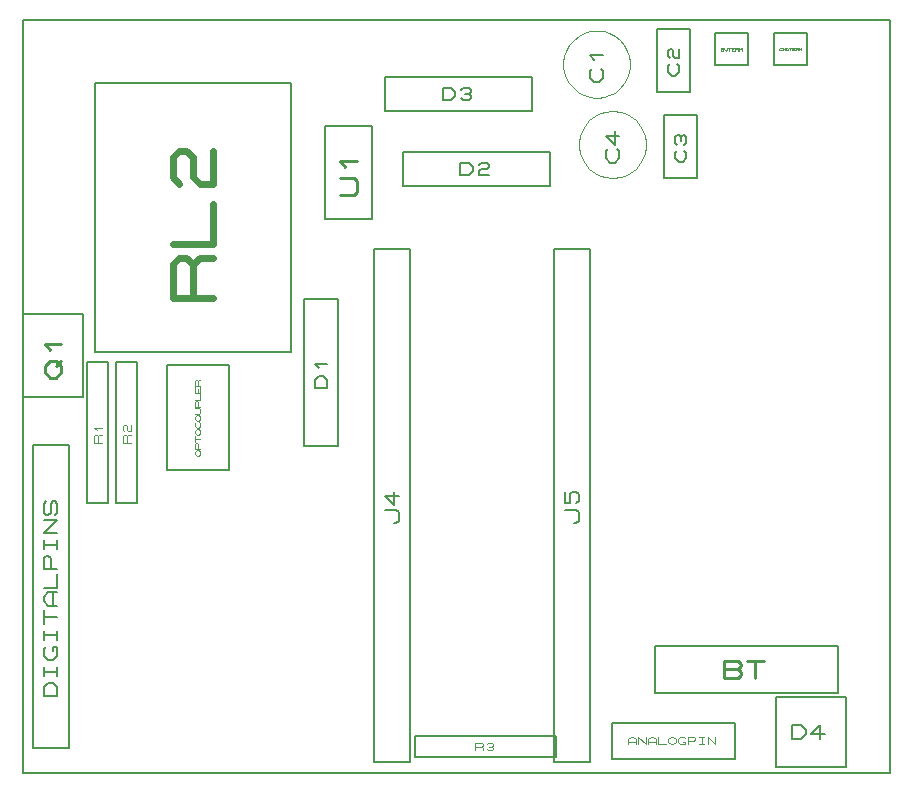
<source format=gbr>
G04 PROTEUS GERBER X2 FILE*
%TF.GenerationSoftware,Labcenter,Proteus,8.6-SP2-Build23525*%
%TF.CreationDate,2020-11-14T07:55:46+00:00*%
%TF.FileFunction,AssemblyDrawing,Top*%
%TF.FilePolarity,Positive*%
%TF.Part,Single*%
%FSLAX45Y45*%
%MOMM*%
G01*
%TA.AperFunction,Material*%
%ADD28C,0.152400*%
%ADD42C,0.192020*%
%ADD29C,0.203200*%
%ADD43C,0.240790*%
%TA.AperFunction,Profile*%
%ADD24C,0.203200*%
%TA.AperFunction,Material*%
%ADD44C,0.567580*%
%ADD45C,0.074080*%
%ADD46C,0.235370*%
%ADD47C,0.172210*%
%ADD48C,0.164590*%
%ADD49C,0.050800*%
%ADD50C,0.191010*%
%ADD51C,0.106680*%
%ADD52C,0.039180*%
%ADD53C,0.034290*%
%ADD54C,0.105660*%
%ADD55C,0.197270*%
%TD.AperFunction*%
D28*
X+2025400Y+2310700D02*
X+1720600Y+2310700D01*
X+1720600Y-2032700D01*
X+2025400Y-2032700D01*
X+2025400Y+2310700D01*
X+1720600Y+2310700D01*
X+1720600Y-2032700D01*
X+2025400Y-2032700D01*
X+2025400Y+2310700D01*
D42*
X+1892203Y-14619D02*
X+1911405Y-14619D01*
X+1930608Y+4583D01*
X+1930608Y+81392D01*
X+1911405Y+100595D01*
X+1815393Y+100595D01*
X+1892203Y+254214D02*
X+1892203Y+139000D01*
X+1815393Y+215809D01*
X+1930608Y+215809D01*
D28*
X+3244600Y-2032700D02*
X+3549400Y-2032700D01*
X+3549400Y+2310700D01*
X+3244600Y+2310700D01*
X+3244600Y-2032700D01*
X+3549400Y-2032700D01*
X+3549400Y+2310700D01*
X+3244600Y+2310700D01*
X+3244600Y-2032700D01*
D42*
X+3416203Y-14619D02*
X+3435405Y-14619D01*
X+3454608Y+4583D01*
X+3454608Y+81392D01*
X+3435405Y+100595D01*
X+3339393Y+100595D01*
X+3339393Y+254214D02*
X+3339393Y+158202D01*
X+3377798Y+158202D01*
X+3377798Y+235011D01*
X+3397000Y+254214D01*
X+3435405Y+254214D01*
X+3454608Y+235011D01*
X+3454608Y+177404D01*
X+3435405Y+158202D01*
D29*
X+4104840Y-1450660D02*
X+5649160Y-1450660D01*
X+5649160Y-1049340D01*
X+4104840Y-1049340D01*
X+4104840Y-1450660D01*
D43*
X+4684367Y-1322238D02*
X+4684367Y-1177763D01*
X+4804762Y-1177763D01*
X+4828841Y-1201842D01*
X+4828841Y-1225921D01*
X+4804762Y-1250000D01*
X+4828841Y-1274080D01*
X+4828841Y-1298159D01*
X+4804762Y-1322238D01*
X+4684367Y-1322238D01*
X+4684367Y-1250000D02*
X+4804762Y-1250000D01*
X+4877000Y-1177763D02*
X+5021474Y-1177763D01*
X+4949237Y-1177763D02*
X+4949237Y-1322238D01*
D24*
X-1250000Y-2127000D02*
X+6087000Y-2127000D01*
X+6087000Y+4250000D01*
X-1250000Y+4250000D01*
X-1250000Y-2127000D01*
D29*
X-641160Y+1439840D02*
X+1019160Y+1439840D01*
X+1019160Y+3710160D01*
X-641160Y+3710160D01*
X-641160Y+1439840D01*
D44*
X+359274Y+1893904D02*
X+18726Y+1893904D01*
X+18726Y+2177694D01*
X+75484Y+2234452D01*
X+132242Y+2234452D01*
X+189000Y+2177694D01*
X+189000Y+1893904D01*
X+189000Y+2177694D02*
X+245758Y+2234452D01*
X+359274Y+2234452D01*
X+18726Y+2347968D02*
X+359274Y+2347968D01*
X+359274Y+2688516D01*
X+75484Y+2858790D02*
X+18726Y+2915548D01*
X+18726Y+3085822D01*
X+75484Y+3142580D01*
X+132242Y+3142580D01*
X+189000Y+3085822D01*
X+189000Y+2915548D01*
X+245758Y+2858790D01*
X+359274Y+2858790D01*
X+359274Y+3142580D01*
D29*
X-34160Y+440500D02*
X+494160Y+440500D01*
X+494160Y+1329500D01*
X-34160Y+1329500D01*
X-34160Y+440500D01*
D45*
X+222592Y+559037D02*
X+207775Y+573853D01*
X+207775Y+588670D01*
X+222592Y+603486D01*
X+237408Y+603486D01*
X+252225Y+588670D01*
X+252225Y+573853D01*
X+237408Y+559037D01*
X+222592Y+559037D01*
X+252225Y+618303D02*
X+207775Y+618303D01*
X+207775Y+655344D01*
X+215183Y+662752D01*
X+222592Y+662752D01*
X+230000Y+655344D01*
X+230000Y+618303D01*
X+207775Y+677569D02*
X+207775Y+722018D01*
X+207775Y+699793D02*
X+252225Y+699793D01*
X+222592Y+736835D02*
X+207775Y+751651D01*
X+207775Y+766468D01*
X+222592Y+781284D01*
X+237408Y+781284D01*
X+252225Y+766468D01*
X+252225Y+751651D01*
X+237408Y+736835D01*
X+222592Y+736835D01*
X+244817Y+840550D02*
X+252225Y+833142D01*
X+252225Y+810917D01*
X+237408Y+796101D01*
X+222592Y+796101D01*
X+207775Y+810917D01*
X+207775Y+833142D01*
X+215183Y+840550D01*
X+222592Y+855367D02*
X+207775Y+870183D01*
X+207775Y+885000D01*
X+222592Y+899816D01*
X+237408Y+899816D01*
X+252225Y+885000D01*
X+252225Y+870183D01*
X+237408Y+855367D01*
X+222592Y+855367D01*
X+207775Y+914633D02*
X+244817Y+914633D01*
X+252225Y+922041D01*
X+252225Y+951674D01*
X+244817Y+959082D01*
X+207775Y+959082D01*
X+252225Y+973899D02*
X+207775Y+973899D01*
X+207775Y+1010940D01*
X+215183Y+1018348D01*
X+222592Y+1018348D01*
X+230000Y+1010940D01*
X+230000Y+973899D01*
X+207775Y+1033165D02*
X+252225Y+1033165D01*
X+252225Y+1077614D01*
X+252225Y+1136880D02*
X+252225Y+1092431D01*
X+207775Y+1092431D01*
X+207775Y+1136880D01*
X+230000Y+1092431D02*
X+230000Y+1122064D01*
X+252225Y+1151697D02*
X+207775Y+1151697D01*
X+207775Y+1188738D01*
X+215183Y+1196146D01*
X+222592Y+1196146D01*
X+230000Y+1188738D01*
X+230000Y+1151697D01*
X+230000Y+1188738D02*
X+237408Y+1196146D01*
X+252225Y+1196146D01*
D29*
X+1303840Y+2564840D02*
X+1705160Y+2564840D01*
X+1705160Y+3347160D01*
X+1303840Y+3347160D01*
X+1303840Y+2564840D01*
D43*
X+1432263Y+2763367D02*
X+1552659Y+2763367D01*
X+1576738Y+2787446D01*
X+1576738Y+2883762D01*
X+1552659Y+2907841D01*
X+1432263Y+2907841D01*
X+1480421Y+3004158D02*
X+1432263Y+3052316D01*
X+1576738Y+3052316D01*
D29*
X-1247260Y+1055940D02*
X-744340Y+1055940D01*
X-744340Y+1762060D01*
X-1247260Y+1762060D01*
X-1247260Y+1055940D01*
D46*
X-1019337Y+1220702D02*
X-1066412Y+1267776D01*
X-1066412Y+1314851D01*
X-1019337Y+1361925D01*
X-972263Y+1361925D01*
X-925188Y+1314851D01*
X-925188Y+1267776D01*
X-972263Y+1220702D01*
X-1019337Y+1220702D01*
X-972263Y+1314851D02*
X-925188Y+1361925D01*
X-1019337Y+1456074D02*
X-1066412Y+1503149D01*
X-925188Y+1503149D01*
D29*
X+1129220Y+643700D02*
X+1416240Y+643700D01*
X+1416240Y+1888300D01*
X+1129220Y+1888300D01*
X+1129220Y+643700D01*
D47*
X+1324394Y+1128231D02*
X+1221067Y+1128231D01*
X+1221067Y+1197115D01*
X+1255509Y+1231557D01*
X+1289952Y+1231557D01*
X+1324394Y+1197115D01*
X+1324394Y+1128231D01*
X+1255509Y+1300442D02*
X+1221067Y+1334884D01*
X+1324394Y+1334884D01*
D29*
X+1969700Y+2842760D02*
X+3214300Y+2842760D01*
X+3214300Y+3129780D01*
X+1969700Y+3129780D01*
X+1969700Y+2842760D01*
D47*
X+2454231Y+2934606D02*
X+2454231Y+3037933D01*
X+2523115Y+3037933D01*
X+2557557Y+3003491D01*
X+2557557Y+2969048D01*
X+2523115Y+2934606D01*
X+2454231Y+2934606D01*
X+2609221Y+3020712D02*
X+2626442Y+3037933D01*
X+2678105Y+3037933D01*
X+2695326Y+3020712D01*
X+2695326Y+3003491D01*
X+2678105Y+2986270D01*
X+2626442Y+2986270D01*
X+2609221Y+2969048D01*
X+2609221Y+2934606D01*
X+2695326Y+2934606D01*
D29*
X+1818700Y+3478220D02*
X+3063300Y+3478220D01*
X+3063300Y+3765240D01*
X+1818700Y+3765240D01*
X+1818700Y+3478220D01*
D47*
X+2303231Y+3570066D02*
X+2303231Y+3673393D01*
X+2372115Y+3673393D01*
X+2406557Y+3638951D01*
X+2406557Y+3604508D01*
X+2372115Y+3570066D01*
X+2303231Y+3570066D01*
X+2458221Y+3656172D02*
X+2475442Y+3673393D01*
X+2527105Y+3673393D01*
X+2544326Y+3656172D01*
X+2544326Y+3638951D01*
X+2527105Y+3621730D01*
X+2544326Y+3604508D01*
X+2544326Y+3587287D01*
X+2527105Y+3570066D01*
X+2475442Y+3570066D01*
X+2458221Y+3587287D01*
X+2492663Y+3621730D02*
X+2527105Y+3621730D01*
D29*
X+4120840Y+3641840D02*
X+4395160Y+3641840D01*
X+4395160Y+4170160D01*
X+4120840Y+4170160D01*
X+4120840Y+3641840D01*
D48*
X+4290919Y+3873081D02*
X+4307378Y+3856622D01*
X+4307378Y+3807245D01*
X+4274460Y+3774327D01*
X+4241541Y+3774327D01*
X+4208623Y+3807245D01*
X+4208623Y+3856622D01*
X+4225082Y+3873081D01*
X+4225082Y+3922459D02*
X+4208623Y+3938918D01*
X+4208623Y+3988295D01*
X+4225082Y+4004754D01*
X+4241541Y+4004754D01*
X+4258000Y+3988295D01*
X+4258000Y+3938918D01*
X+4274460Y+3922459D01*
X+4307378Y+3922459D01*
X+4307378Y+4004754D01*
D49*
X+3891980Y+3872920D02*
X+3891062Y+3895734D01*
X+3883609Y+3941363D01*
X+3868062Y+3986992D01*
X+3842820Y+4032621D01*
X+3804278Y+4078151D01*
X+3758649Y+4113647D01*
X+3713020Y+4136767D01*
X+3667391Y+4150620D01*
X+3621762Y+4156566D01*
X+3608000Y+4156900D01*
X+3324020Y+3872920D02*
X+3324938Y+3895734D01*
X+3332391Y+3941363D01*
X+3347938Y+3986992D01*
X+3373180Y+4032621D01*
X+3411722Y+4078151D01*
X+3457351Y+4113647D01*
X+3502980Y+4136767D01*
X+3548609Y+4150620D01*
X+3594238Y+4156566D01*
X+3608000Y+4156900D01*
X+3324020Y+3872920D02*
X+3324938Y+3850106D01*
X+3332391Y+3804477D01*
X+3347938Y+3758848D01*
X+3373180Y+3713219D01*
X+3411722Y+3667689D01*
X+3457351Y+3632193D01*
X+3502980Y+3609073D01*
X+3548609Y+3595220D01*
X+3594238Y+3589274D01*
X+3608000Y+3588940D01*
X+3891980Y+3872920D02*
X+3891062Y+3850106D01*
X+3883609Y+3804477D01*
X+3868062Y+3758848D01*
X+3842820Y+3713219D01*
X+3804278Y+3667689D01*
X+3758649Y+3632193D01*
X+3713020Y+3609073D01*
X+3667391Y+3595220D01*
X+3621762Y+3589274D01*
X+3608000Y+3588940D01*
D50*
X+3646203Y+3834717D02*
X+3665304Y+3815616D01*
X+3665304Y+3758312D01*
X+3627101Y+3720110D01*
X+3588899Y+3720110D01*
X+3550696Y+3758312D01*
X+3550696Y+3815616D01*
X+3569797Y+3834717D01*
X+3588899Y+3911122D02*
X+3550696Y+3949325D01*
X+3665304Y+3949325D01*
D49*
X+4026980Y+3193080D02*
X+4026062Y+3215894D01*
X+4018609Y+3261523D01*
X+4003062Y+3307152D01*
X+3977820Y+3352781D01*
X+3939278Y+3398311D01*
X+3893649Y+3433807D01*
X+3848020Y+3456927D01*
X+3802391Y+3470780D01*
X+3756762Y+3476726D01*
X+3743000Y+3477060D01*
X+3459020Y+3193080D02*
X+3459938Y+3215894D01*
X+3467391Y+3261523D01*
X+3482938Y+3307152D01*
X+3508180Y+3352781D01*
X+3546722Y+3398311D01*
X+3592351Y+3433807D01*
X+3637980Y+3456927D01*
X+3683609Y+3470780D01*
X+3729238Y+3476726D01*
X+3743000Y+3477060D01*
X+3459020Y+3193080D02*
X+3459938Y+3170266D01*
X+3467391Y+3124637D01*
X+3482938Y+3079008D01*
X+3508180Y+3033379D01*
X+3546722Y+2987849D01*
X+3592351Y+2952353D01*
X+3637980Y+2929233D01*
X+3683609Y+2915380D01*
X+3729238Y+2909434D01*
X+3743000Y+2909100D01*
X+4026980Y+3193080D02*
X+4026062Y+3170266D01*
X+4018609Y+3124637D01*
X+4003062Y+3079008D01*
X+3977820Y+3033379D01*
X+3939278Y+2987849D01*
X+3893649Y+2952353D01*
X+3848020Y+2929233D01*
X+3802391Y+2915380D01*
X+3756762Y+2909434D01*
X+3743000Y+2909100D01*
D50*
X+3781203Y+3154877D02*
X+3800304Y+3135776D01*
X+3800304Y+3078472D01*
X+3762101Y+3040270D01*
X+3723899Y+3040270D01*
X+3685696Y+3078472D01*
X+3685696Y+3135776D01*
X+3704797Y+3154877D01*
X+3762101Y+3307687D02*
X+3762101Y+3193080D01*
X+3685696Y+3269485D01*
X+3800304Y+3269485D01*
D29*
X+4180840Y+2910840D02*
X+4455160Y+2910840D01*
X+4455160Y+3439160D01*
X+4180840Y+3439160D01*
X+4180840Y+2910840D01*
D48*
X+4350919Y+3142081D02*
X+4367378Y+3125622D01*
X+4367378Y+3076245D01*
X+4334460Y+3043327D01*
X+4301541Y+3043327D01*
X+4268623Y+3076245D01*
X+4268623Y+3125622D01*
X+4285082Y+3142081D01*
X+4285082Y+3191459D02*
X+4268623Y+3207918D01*
X+4268623Y+3257295D01*
X+4285082Y+3273754D01*
X+4301541Y+3273754D01*
X+4318000Y+3257295D01*
X+4334460Y+3273754D01*
X+4350919Y+3273754D01*
X+4367378Y+3257295D01*
X+4367378Y+3207918D01*
X+4350919Y+3191459D01*
X+4318000Y+3224377D02*
X+4318000Y+3257295D01*
D29*
X-457900Y+157100D02*
X-280100Y+157100D01*
X-280100Y+1350900D01*
X-457900Y+1350900D01*
X-457900Y+157100D01*
D51*
X-336996Y+668656D02*
X-401004Y+668656D01*
X-401004Y+721996D01*
X-390336Y+732664D01*
X-379668Y+732664D01*
X-369000Y+721996D01*
X-369000Y+668656D01*
X-369000Y+721996D02*
X-358332Y+732664D01*
X-336996Y+732664D01*
X-390336Y+764668D02*
X-401004Y+775336D01*
X-401004Y+807340D01*
X-390336Y+818008D01*
X-379668Y+818008D01*
X-369000Y+807340D01*
X-369000Y+775336D01*
X-358332Y+764668D01*
X-336996Y+764668D01*
X-336996Y+818008D01*
D29*
X-703900Y+157100D02*
X-526100Y+157100D01*
X-526100Y+1350900D01*
X-703900Y+1350900D01*
X-703900Y+157100D01*
D51*
X-582996Y+668656D02*
X-647004Y+668656D01*
X-647004Y+721996D01*
X-636336Y+732664D01*
X-625668Y+732664D01*
X-615000Y+721996D01*
X-615000Y+668656D01*
X-615000Y+721996D02*
X-604332Y+732664D01*
X-582996Y+732664D01*
X-625668Y+775336D02*
X-647004Y+796672D01*
X-582996Y+796672D01*
D29*
X+4612840Y+3862840D02*
X+4887160Y+3862840D01*
X+4887160Y+4137160D01*
X+4612840Y+4137160D01*
X+4612840Y+3862840D01*
D52*
X+4679462Y+4011756D02*
X+4659868Y+4011756D01*
X+4659868Y+4003918D01*
X+4675543Y+4003918D01*
X+4679462Y+4000000D01*
X+4679462Y+3992162D01*
X+4675543Y+3988243D01*
X+4663787Y+3988243D01*
X+4659868Y+3992162D01*
X+4687300Y+4011756D02*
X+4687300Y+4000000D01*
X+4699056Y+3988243D01*
X+4710812Y+4000000D01*
X+4710812Y+4011756D01*
X+4718650Y+4011756D02*
X+4742162Y+4011756D01*
X+4730406Y+4011756D02*
X+4730406Y+3988243D01*
X+4773512Y+3988243D02*
X+4750000Y+3988243D01*
X+4750000Y+4011756D01*
X+4773512Y+4011756D01*
X+4750000Y+4000000D02*
X+4765675Y+4000000D01*
X+4781350Y+3988243D02*
X+4781350Y+4011756D01*
X+4800943Y+4011756D01*
X+4804862Y+4007837D01*
X+4804862Y+4003918D01*
X+4800943Y+4000000D01*
X+4781350Y+4000000D01*
X+4800943Y+4000000D02*
X+4804862Y+3996081D01*
X+4804862Y+3988243D01*
X+4812700Y+3988243D02*
X+4812700Y+4011756D01*
X+4824456Y+4000000D01*
X+4836212Y+4011756D01*
X+4836212Y+3988243D01*
D29*
X+5112840Y+3862840D02*
X+5387160Y+3862840D01*
X+5387160Y+4137160D01*
X+5112840Y+4137160D01*
X+5112840Y+3862840D01*
D53*
X+5167704Y+3996571D02*
X+5174562Y+3996571D01*
X+5174562Y+3989713D01*
X+5160846Y+3989713D01*
X+5153988Y+3996571D01*
X+5153988Y+4003429D01*
X+5160846Y+4010287D01*
X+5171133Y+4010287D01*
X+5174562Y+4006858D01*
X+5181420Y+3989713D02*
X+5181420Y+4010287D01*
X+5201994Y+3989713D01*
X+5201994Y+4010287D01*
X+5208852Y+3989713D02*
X+5208852Y+4010287D01*
X+5222568Y+4010287D01*
X+5229426Y+4003429D01*
X+5229426Y+3996571D01*
X+5222568Y+3989713D01*
X+5208852Y+3989713D01*
X+5236284Y+4010287D02*
X+5256858Y+4010287D01*
X+5246571Y+4010287D02*
X+5246571Y+3989713D01*
X+5284290Y+3989713D02*
X+5263716Y+3989713D01*
X+5263716Y+4010287D01*
X+5284290Y+4010287D01*
X+5263716Y+4000000D02*
X+5277432Y+4000000D01*
X+5291148Y+3989713D02*
X+5291148Y+4010287D01*
X+5308293Y+4010287D01*
X+5311722Y+4006858D01*
X+5311722Y+4003429D01*
X+5308293Y+4000000D01*
X+5291148Y+4000000D01*
X+5308293Y+4000000D02*
X+5311722Y+3996571D01*
X+5311722Y+3989713D01*
X+5318580Y+3989713D02*
X+5318580Y+4010287D01*
X+5328867Y+4000000D01*
X+5339154Y+4010287D01*
X+5339154Y+3989713D01*
D28*
X+4774700Y-2005400D02*
X+4774700Y-1700600D01*
X+3733300Y-1700600D01*
X+3733300Y-2005400D01*
X+4774700Y-2005400D01*
X+4774700Y-1700600D01*
X+3733300Y-1700600D01*
X+3733300Y-2005400D01*
X+4774700Y-2005400D01*
D54*
X+3873611Y-1884700D02*
X+3873611Y-1842434D01*
X+3894743Y-1821301D01*
X+3915876Y-1821301D01*
X+3937009Y-1842434D01*
X+3937009Y-1884700D01*
X+3873611Y-1863567D02*
X+3937009Y-1863567D01*
X+3958142Y-1884700D02*
X+3958142Y-1821301D01*
X+4021540Y-1884700D01*
X+4021540Y-1821301D01*
X+4042673Y-1884700D02*
X+4042673Y-1842434D01*
X+4063805Y-1821301D01*
X+4084938Y-1821301D01*
X+4106071Y-1842434D01*
X+4106071Y-1884700D01*
X+4042673Y-1863567D02*
X+4106071Y-1863567D01*
X+4127204Y-1821301D02*
X+4127204Y-1884700D01*
X+4190602Y-1884700D01*
X+4211735Y-1842434D02*
X+4232867Y-1821301D01*
X+4254000Y-1821301D01*
X+4275133Y-1842434D01*
X+4275133Y-1863567D01*
X+4254000Y-1884700D01*
X+4232867Y-1884700D01*
X+4211735Y-1863567D01*
X+4211735Y-1842434D01*
X+4338531Y-1863567D02*
X+4359664Y-1863567D01*
X+4359664Y-1884700D01*
X+4317398Y-1884700D01*
X+4296266Y-1863567D01*
X+4296266Y-1842434D01*
X+4317398Y-1821301D01*
X+4349097Y-1821301D01*
X+4359664Y-1831868D01*
X+4380797Y-1884700D02*
X+4380797Y-1821301D01*
X+4433628Y-1821301D01*
X+4444195Y-1831868D01*
X+4444195Y-1842434D01*
X+4433628Y-1853000D01*
X+4380797Y-1853000D01*
X+4475894Y-1821301D02*
X+4518159Y-1821301D01*
X+4497027Y-1821301D02*
X+4497027Y-1884700D01*
X+4475894Y-1884700D02*
X+4518159Y-1884700D01*
X+4549859Y-1884700D02*
X+4549859Y-1821301D01*
X+4613257Y-1884700D01*
X+4613257Y-1821301D01*
D29*
X+5124840Y-2077660D02*
X+5716660Y-2077660D01*
X+5716660Y-1485840D01*
X+5124840Y-1485840D01*
X+5124840Y-2077660D01*
D55*
X+5262932Y-1840932D02*
X+5262932Y-1722568D01*
X+5341841Y-1722568D01*
X+5381295Y-1762023D01*
X+5381295Y-1801477D01*
X+5341841Y-1840932D01*
X+5262932Y-1840932D01*
X+5539113Y-1801477D02*
X+5420750Y-1801477D01*
X+5499659Y-1722568D01*
X+5499659Y-1840932D01*
D29*
X+2070100Y-1993900D02*
X+3263900Y-1993900D01*
X+3263900Y-1816100D01*
X+2070100Y-1816100D01*
X+2070100Y-1993900D01*
D51*
X+2581656Y-1937004D02*
X+2581656Y-1872996D01*
X+2634996Y-1872996D01*
X+2645664Y-1883664D01*
X+2645664Y-1894332D01*
X+2634996Y-1905000D01*
X+2581656Y-1905000D01*
X+2634996Y-1905000D02*
X+2645664Y-1915668D01*
X+2645664Y-1937004D01*
X+2677668Y-1883664D02*
X+2688336Y-1872996D01*
X+2720340Y-1872996D01*
X+2731008Y-1883664D01*
X+2731008Y-1894332D01*
X+2720340Y-1905000D01*
X+2731008Y-1915668D01*
X+2731008Y-1926336D01*
X+2720340Y-1937004D01*
X+2688336Y-1937004D01*
X+2677668Y-1926336D01*
X+2699004Y-1905000D02*
X+2720340Y-1905000D01*
D28*
X-1168400Y-1917700D02*
X-863600Y-1917700D01*
X-863600Y+647700D01*
X-1168400Y+647700D01*
X-1168400Y-1917700D01*
X-863600Y-1917700D01*
X-863600Y+647700D01*
X-1168400Y+647700D01*
X-1168400Y-1917700D01*
D42*
X-958392Y-1479904D02*
X-1073607Y-1479904D01*
X-1073607Y-1403095D01*
X-1035202Y-1364690D01*
X-996797Y-1364690D01*
X-958392Y-1403095D01*
X-958392Y-1479904D01*
X-1073607Y-1307083D02*
X-1073607Y-1230274D01*
X-1073607Y-1268678D02*
X-958392Y-1268678D01*
X-958392Y-1307083D02*
X-958392Y-1230274D01*
X-996797Y-1095857D02*
X-996797Y-1057452D01*
X-958392Y-1057452D01*
X-958392Y-1134262D01*
X-996797Y-1172666D01*
X-1035202Y-1172666D01*
X-1073607Y-1134262D01*
X-1073607Y-1076655D01*
X-1054404Y-1057452D01*
X-1073607Y-999845D02*
X-1073607Y-923036D01*
X-1073607Y-961440D02*
X-958392Y-961440D01*
X-958392Y-999845D02*
X-958392Y-923036D01*
X-1073607Y-865428D02*
X-1073607Y-750214D01*
X-1073607Y-807821D02*
X-958392Y-807821D01*
X-958392Y-711809D02*
X-1035202Y-711809D01*
X-1073607Y-673405D01*
X-1073607Y-635000D01*
X-1035202Y-596595D01*
X-958392Y-596595D01*
X-996797Y-711809D02*
X-996797Y-596595D01*
X-1073607Y-558190D02*
X-958392Y-558190D01*
X-958392Y-442976D01*
X-958392Y-404571D02*
X-1073607Y-404571D01*
X-1073607Y-308560D01*
X-1054404Y-289357D01*
X-1035202Y-289357D01*
X-1016000Y-308560D01*
X-1016000Y-404571D01*
X-1073607Y-231750D02*
X-1073607Y-154941D01*
X-1073607Y-193345D02*
X-958392Y-193345D01*
X-958392Y-231750D02*
X-958392Y-154941D01*
X-958392Y-97333D02*
X-1073607Y-97333D01*
X-958392Y+17881D01*
X-1073607Y+17881D01*
X-977595Y+56286D02*
X-958392Y+75488D01*
X-958392Y+152297D01*
X-977595Y+171500D01*
X-996797Y+171500D01*
X-1016000Y+152297D01*
X-1016000Y+75488D01*
X-1035202Y+56286D01*
X-1054404Y+56286D01*
X-1073607Y+75488D01*
X-1073607Y+152297D01*
X-1054404Y+171500D01*
M02*

</source>
